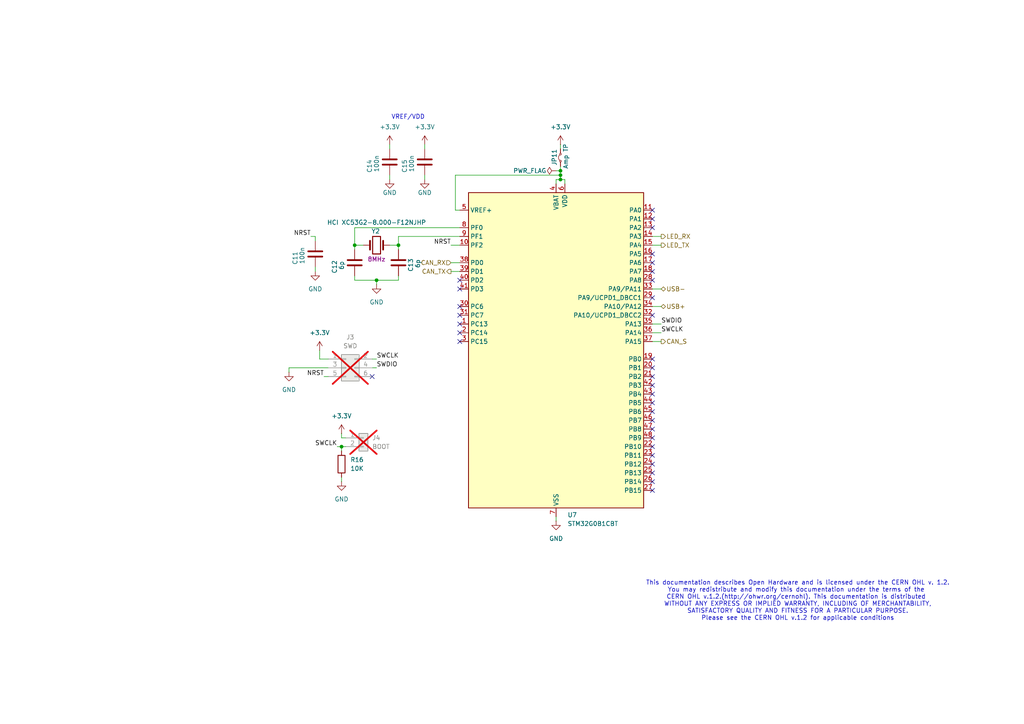
<source format=kicad_sch>
(kicad_sch (version 20250114) (generator "eeschema") (generator_version "9.0")
  (paper "A4")
  (title_block (title "${TITLE}") (date "2025-11-24") (rev "${REVISION}"))
  (lib_symbols
    (symbol "Connector_Generic:Conn_01x02" (pin_names (offset 1.016) (hide yes))
      (property "Reference" "J" (at 0 2.54 0))
      (property "Value" "Conn_01x02" (at 0 -5.08 0))
      (symbol "Conn_01x02_1_1"
        (rectangle (start -1.27 1.27) (end 1.27 -3.81) (stroke (width 0.254)) (fill (type background)))
        (rectangle (start -1.27 0.127) (end 0 -0.127) (stroke (width 0.1524)))
        (rectangle (start -1.27 -2.413) (end 0 -2.667) (stroke (width 0.1524)))
        (pin passive line (at -5.08 0 0) (length 3.81) (name "Pin_1") (number "1"))
        (pin passive line (at -5.08 -2.54 0) (length 3.81) (name "Pin_2") (number "2"))
      )
    )
    (symbol "Connector_Generic:Conn_02x03_Odd_Even" (pin_names (offset 1.016) (hide yes))
      (property "Reference" "J" (at 1.27 5.08 0))
      (property "Value" "Conn_02x03_Odd_Even" (at 1.27 -5.08 0))
      (symbol "Conn_02x03_Odd_Even_1_1"
        (rectangle (start -1.27 3.81) (end 3.81 -3.81) (stroke (width 0.254)) (fill (type background)))
        (rectangle (start -1.27 2.667) (end 0 2.413) (stroke (width 0.1524)))
        (rectangle (start -1.27 0.127) (end 0 -0.127) (stroke (width 0.1524)))
        (rectangle (start -1.27 -2.413) (end 0 -2.667) (stroke (width 0.1524)))
        (rectangle (start 3.81 2.667) (end 2.54 2.413) (stroke (width 0.1524)))
        (rectangle (start 3.81 0.127) (end 2.54 -0.127) (stroke (width 0.1524)))
        (rectangle (start 3.81 -2.413) (end 2.54 -2.667) (stroke (width 0.1524)))
        (pin passive line (at -5.08 2.54 0) (length 3.81) (name "Pin_1") (number "1"))
        (pin passive line (at -5.08 0 0) (length 3.81) (name "Pin_3") (number "3"))
        (pin passive line (at -5.08 -2.54 0) (length 3.81) (name "Pin_5") (number "5"))
        (pin passive line (at 7.62 2.54 180) (length 3.81) (name "Pin_2") (number "2"))
        (pin passive line (at 7.62 0 180) (length 3.81) (name "Pin_4") (number "4"))
        (pin passive line (at 7.62 -2.54 180) (length 3.81) (name "Pin_6") (number "6"))
      )
    )
    (symbol "Device:C" (pin_numbers (hide yes)) (pin_names (offset 0.254))
      (property "Reference" "C" (at 0.635 2.54 0))
      (property "Value" "C" (at 0.635 -2.54 0))
      (symbol "C_0_1"
        (polyline (pts (xy -2.032 0.762) (xy 2.032 0.762)) (stroke (width 0.508)))
        (polyline (pts (xy -2.032 -0.762) (xy 2.032 -0.762)) (stroke (width 0.508)))
      )
      (symbol "C_1_1"
        (pin passive line (at 0 3.81 270) (length 2.794) (name "~") (number "1"))
        (pin passive line (at 0 -3.81 90) (length 2.794) (name "~") (number "2"))
      )
    )
    (symbol "Device:Crystal" (pin_numbers (hide yes)) (pin_names (offset 1.016) (hide yes))
      (property "Reference" "Y" (at 0 3.81 0))
      (property "Value" "Crystal" (at 0 -3.81 0))
      (symbol "Crystal_0_1"
        (polyline (pts (xy -2.54 0) (xy -1.905 0)))
        (polyline (pts (xy -1.905 -1.27) (xy -1.905 1.27)) (stroke (width 0.508)))
        (rectangle (start -1.143 2.54) (end 1.143 -2.54) (stroke (width 0.3048)))
        (polyline (pts (xy 1.905 -1.27) (xy 1.905 1.27)) (stroke (width 0.508)))
        (polyline (pts (xy 2.54 0) (xy 1.905 0)))
      )
      (symbol "Crystal_1_1"
        (pin passive line (at -3.81 0 0) (length 1.27) (name "1") (number "1"))
        (pin passive line (at 3.81 0 180) (length 1.27) (name "2") (number "2"))
      )
    )
    (symbol "Device:R" (pin_numbers (hide yes)) (pin_names (offset 0))
      (property "Reference" "R" (at 2.032 0 90))
      (property "Value" "R" (at 0 0 90))
      (symbol "R_0_1"
        (rectangle (start -1.016 -2.54) (end 1.016 2.54) (stroke (width 0.254)))
      )
      (symbol "R_1_1"
        (pin passive line (at 0 3.81 270) (length 1.27) (name "~") (number "1"))
        (pin passive line (at 0 -3.81 90) (length 1.27) (name "~") (number "2"))
      )
    )
    (symbol "Jumper:Jumper_2_Small_Bridged" (pin_numbers (hide yes)) (pin_names (offset 0) (hide yes))
      (property "Reference" "JP" (at 0 2.032 0))
      (property "Value" "Jumper_2_Small_Bridged" (at 0 -2.286 0))
      (symbol "Jumper_2_Small_Bridged_0_0"
        (circle (center -1.016 0) (radius 0.254))
        (circle (center 1.016 0) (radius 0.254))
      )
      (symbol "Jumper_2_Small_Bridged_0_1"
        (arc (start -0.762 0.254) (mid 0 0.5696) (end 0.762 0.254))
      )
      (symbol "Jumper_2_Small_Bridged_1_1"
        (pin passive line (at -2.54 0 0) (length 1.27) (name "A") (number "1"))
        (pin passive line (at 2.54 0 180) (length 1.27) (name "B") (number "2"))
      )
    )
    (symbol "MCU_ST_STM32G0:STM32G0B1CBTx"
      (property "Reference" "U" (at -25.4 46.99 0))
      (property "Value" "STM32G0B1CBTx" (at 5.08 46.99 0))
      (symbol "STM32G0B1CBTx_0_1"
        (rectangle (start -25.4 -45.72) (end 25.4 45.72) (stroke (width 0.254)) (fill (type background)))
      )
      (symbol "STM32G0B1CBTx_1_1"
        (pin input line (at -27.94 40.64 0) (length 2.54) (name "VREF+") (number "5"))
        (pin bidirectional line (at -27.94 35.56 0) (length 2.54) (name "PF0") (number "8"))
        (pin bidirectional line (at -27.94 33.02 0) (length 2.54) (name "PF1") (number "9"))
        (pin bidirectional line (at -27.94 30.48 0) (length 2.54) (name "PF2") (number "10"))
        (pin bidirectional line (at -27.94 25.4 0) (length 2.54) (name "PD0") (number "38"))
        (pin bidirectional line (at -27.94 22.86 0) (length 2.54) (name "PD1") (number "39"))
        (pin bidirectional line (at -27.94 20.32 0) (length 2.54) (name "PD2") (number "40"))
        (pin bidirectional line (at -27.94 17.78 0) (length 2.54) (name "PD3") (number "41"))
        (pin bidirectional line (at -27.94 12.7 0) (length 2.54) (name "PC6") (number "30"))
        (pin bidirectional line (at -27.94 10.16 0) (length 2.54) (name "PC7") (number "31"))
        (pin bidirectional line (at -27.94 7.62 0) (length 2.54) (name "PC13") (number "1"))
        (pin bidirectional line (at -27.94 5.08 0) (length 2.54) (name "PC14") (number "2"))
        (pin bidirectional line (at -27.94 2.54 0) (length 2.54) (name "PC15") (number "3"))
        (pin power_in line (at 0 48.26 270) (length 2.54) (name "VBAT") (number "4"))
        (pin power_in line (at 0 -48.26 90) (length 2.54) (name "VSS") (number "7"))
        (pin power_in line (at 2.54 48.26 270) (length 2.54) (name "VDD") (number "6"))
        (pin bidirectional line (at 27.94 40.64 180) (length 2.54) (name "PA0") (number "11"))
        (pin bidirectional line (at 27.94 38.1 180) (length 2.54) (name "PA1") (number "12"))
        (pin bidirectional line (at 27.94 35.56 180) (length 2.54) (name "PA2") (number "13"))
        (pin bidirectional line (at 27.94 33.02 180) (length 2.54) (name "PA3") (number "14"))
        (pin bidirectional line (at 27.94 30.48 180) (length 2.54) (name "PA4") (number "15"))
        (pin bidirectional line (at 27.94 27.94 180) (length 2.54) (name "PA5") (number "16"))
        (pin bidirectional line (at 27.94 25.4 180) (length 2.54) (name "PA6") (number "17"))
        (pin bidirectional line (at 27.94 22.86 180) (length 2.54) (name "PA7") (number "18"))
        (pin bidirectional line (at 27.94 20.32 180) (length 2.54) (name "PA8") (number "28"))
        (pin bidirectional line (at 27.94 17.78 180) (length 2.54) (name "PA9/PA11") (number "33"))
        (pin bidirectional line (at 27.94 15.24 180) (length 2.54) (name "PA9/UCPD1_DBCC1") (number "29"))
        (pin bidirectional line (at 27.94 12.7 180) (length 2.54) (name "PA10/PA12") (number "34"))
        (pin bidirectional line (at 27.94 10.16 180) (length 2.54) (name "PA10/UCPD1_DBCC2") (number "32"))
        (pin bidirectional line (at 27.94 7.62 180) (length 2.54) (name "PA13") (number "35"))
        (pin bidirectional line (at 27.94 5.08 180) (length 2.54) (name "PA14") (number "36"))
        (pin bidirectional line (at 27.94 2.54 180) (length 2.54) (name "PA15") (number "37"))
        (pin bidirectional line (at 27.94 -2.54 180) (length 2.54) (name "PB0") (number "19"))
        (pin bidirectional line (at 27.94 -5.08 180) (length 2.54) (name "PB1") (number "20"))
        (pin bidirectional line (at 27.94 -7.62 180) (length 2.54) (name "PB2") (number "21"))
        (pin bidirectional line (at 27.94 -10.16 180) (length 2.54) (name "PB3") (number "42"))
        (pin bidirectional line (at 27.94 -12.7 180) (length 2.54) (name "PB4") (number "43"))
        (pin bidirectional line (at 27.94 -15.24 180) (length 2.54) (name "PB5") (number "44"))
        (pin bidirectional line (at 27.94 -17.78 180) (length 2.54) (name "PB6") (number "45"))
        (pin bidirectional line (at 27.94 -20.32 180) (length 2.54) (name "PB7") (number "46"))
        (pin bidirectional line (at 27.94 -22.86 180) (length 2.54) (name "PB8") (number "47"))
        (pin bidirectional line (at 27.94 -25.4 180) (length 2.54) (name "PB9") (number "48"))
        (pin bidirectional line (at 27.94 -27.94 180) (length 2.54) (name "PB10") (number "22"))
        (pin bidirectional line (at 27.94 -30.48 180) (length 2.54) (name "PB11") (number "23"))
        (pin bidirectional line (at 27.94 -33.02 180) (length 2.54) (name "PB12") (number "24"))
        (pin bidirectional line (at 27.94 -35.56 180) (length 2.54) (name "PB13") (number "25"))
        (pin bidirectional line (at 27.94 -38.1 180) (length 2.54) (name "PB14") (number "26"))
        (pin bidirectional line (at 27.94 -40.64 180) (length 2.54) (name "PB15") (number "27"))
      )
    )
    (symbol "power:+3.3V" (power) (pin_numbers (hide yes)) (pin_names (offset 0) (hide yes))
      (property "Value" "+3.3V" (at 0 3.556 0))
      (symbol "+3.3V_0_1"
        (polyline (pts (xy -0.762 1.27) (xy 0 2.54)))
        (polyline (pts (xy 0 2.54) (xy 0.762 1.27)))
        (polyline (pts (xy 0 0) (xy 0 2.54)))
      )
      (symbol "+3.3V_1_1"
        (pin power_in line (at 0 0 90) (length 0) (name "~") (number "1"))
      )
    )
    (symbol "power:GND" (power) (pin_numbers (hide yes)) (pin_names (offset 0) (hide yes))
      (property "Value" "GND" (at 0 -3.81 0))
      (symbol "GND_0_1"
        (polyline (pts (xy 0 0) (xy 0 -1.27) (xy 1.27 -1.27) (xy 0 -2.54) (xy -1.27 -1.27) (xy 0 -1.27)))
      )
      (symbol "GND_1_1"
        (pin power_in line (at 0 0 270) (length 0) (name "~") (number "1"))
      )
    )
    (symbol "power:PWR_FLAG" (power) (pin_numbers (hide yes)) (pin_names (offset 0) (hide yes))
      (property "Value" "PWR_FLAG" (at 0 3.81 0))
      (symbol "PWR_FLAG_0_0"
        (pin power_out line (at 0 0 90) (length 0) (name "~") (number "1"))
      )
      (symbol "PWR_FLAG_0_1"
        (polyline (pts (xy 0 0) (xy 0 1.27) (xy -1.016 1.905) (xy 0 2.54) (xy 1.016 1.905) (xy 0 1.27)))
      )
    )
  )
  (text "VREF/VDD" (at 118.364 34.036 0) (effects (font (size 1.27 1.27))))
  (text "This documentation describes Open Hardware and is licensed under the CERN OHL v. 1.2.\nYou may redistribute and modify this documentation under the terms of the \nCERN OHL v.1.2.(http://ohwr.org/cernohl). This documentation is distributed \nWITHOUT ANY EXPRESS OR IMPLIED WARRANTY, INCLUDING OF MERCHANTABILITY,\nSATISFACTORY QUALITY AND FITNESS FOR A PARTICULAR PURPOSE.\nPlease see the CERN OHL v.1.2 for applicable conditions" (at 231.394 174.244 0) (effects (font (size 1.27 1.27))))
  (junction (at 162.56 52.07))
  (junction (at 115.57 71.12))
  (junction (at 162.56 49.53))
  (junction (at 162.56 50.8))
  (junction (at 99.06 129.54))
  (junction (at 109.22 81.28))
  (junction (at 102.87 71.12))
  (no_connect (at 189.23 111.76))
  (no_connect (at 189.23 63.5))
  (no_connect (at 189.23 91.44))
  (no_connect (at 133.35 81.28))
  (no_connect (at 189.23 86.36))
  (no_connect (at 133.35 93.98))
  (no_connect (at 133.35 96.52))
  (no_connect (at 189.23 129.54))
  (no_connect (at 189.23 106.68))
  (no_connect (at 133.35 83.82))
  (no_connect (at 189.23 114.3))
  (no_connect (at 189.23 73.66))
  (no_connect (at 133.35 88.9))
  (no_connect (at 189.23 78.74))
  (no_connect (at 189.23 104.14))
  (no_connect (at 189.23 142.24))
  (no_connect (at 133.35 91.44))
  (no_connect (at 189.23 121.92))
  (no_connect (at 189.23 116.84))
  (no_connect (at 189.23 137.16))
  (no_connect (at 189.23 119.38))
  (no_connect (at 189.23 81.28))
  (no_connect (at 107.95 109.22))
  (no_connect (at 189.23 132.08))
  (no_connect (at 189.23 127))
  (no_connect (at 189.23 66.04))
  (no_connect (at 189.23 134.62))
  (no_connect (at 189.23 60.96))
  (no_connect (at 189.23 124.46))
  (no_connect (at 189.23 76.2))
  (no_connect (at 189.23 139.7))
  (no_connect (at 133.35 99.06))
  (no_connect (at 189.23 109.22))
  (wire (pts (xy 109.22 81.28) (xy 109.22 82.55)))
  (wire (pts (xy 92.71 104.14) (xy 92.71 101.6)))
  (wire (pts (xy 189.23 96.52) (xy 191.77 96.52)))
  (wire (pts (xy 161.29 149.86) (xy 161.29 151.13)))
  (wire (pts (xy 90.17 68.58) (xy 91.44 68.58)))
  (wire (pts (xy 99.06 127) (xy 99.06 125.73)))
  (wire (pts (xy 162.56 48.26) (xy 162.56 49.53)))
  (wire (pts (xy 102.87 80.01) (xy 102.87 81.28)))
  (wire (pts (xy 132.08 50.8) (xy 162.56 50.8)))
  (wire (pts (xy 91.44 77.47) (xy 91.44 78.74)))
  (wire (pts (xy 113.03 71.12) (xy 115.57 71.12)))
  (wire (pts (xy 130.81 76.2) (xy 133.35 76.2)))
  (wire (pts (xy 99.06 138.43) (xy 99.06 139.7)))
  (wire (pts (xy 162.56 49.53) (xy 162.56 50.8)))
  (wire (pts (xy 162.56 52.07) (xy 163.83 52.07)))
  (wire (pts (xy 123.19 50.8) (xy 123.19 52.07)))
  (wire (pts (xy 99.06 129.54) (xy 99.06 130.81)))
  (wire (pts (xy 132.08 50.8) (xy 132.08 60.96)))
  (wire (pts (xy 113.03 41.91) (xy 113.03 43.18)))
  (wire (pts (xy 161.29 53.34) (xy 161.29 52.07)))
  (wire (pts (xy 105.41 71.12) (xy 102.87 71.12)))
  (wire (pts (xy 95.25 106.68) (xy 83.82 106.68)))
  (wire (pts (xy 130.81 71.12) (xy 133.35 71.12)))
  (wire (pts (xy 115.57 80.01) (xy 115.57 81.28)))
  (wire (pts (xy 189.23 83.82) (xy 191.77 83.82)))
  (wire (pts (xy 133.35 66.04) (xy 102.87 66.04)))
  (wire (pts (xy 102.87 81.28) (xy 109.22 81.28)))
  (wire (pts (xy 115.57 71.12) (xy 115.57 72.39)))
  (wire (pts (xy 123.19 41.91) (xy 123.19 43.18)))
  (wire (pts (xy 133.35 60.96) (xy 132.08 60.96)))
  (wire (pts (xy 102.87 66.04) (xy 102.87 71.12)))
  (wire (pts (xy 107.95 104.14) (xy 109.22 104.14)))
  (wire (pts (xy 100.33 129.54) (xy 99.06 129.54)))
  (wire (pts (xy 189.23 71.12) (xy 191.77 71.12)))
  (wire (pts (xy 83.82 106.68) (xy 83.82 107.95)))
  (wire (pts (xy 189.23 99.06) (xy 191.77 99.06)))
  (wire (pts (xy 93.98 109.22) (xy 95.25 109.22)))
  (wire (pts (xy 161.29 52.07) (xy 162.56 52.07)))
  (wire (pts (xy 133.35 68.58) (xy 115.57 68.58)))
  (wire (pts (xy 189.23 88.9) (xy 191.77 88.9)))
  (wire (pts (xy 100.33 127) (xy 99.06 127)))
  (wire (pts (xy 161.29 49.53) (xy 162.56 49.53)))
  (wire (pts (xy 91.44 69.85) (xy 91.44 68.58)))
  (wire (pts (xy 95.25 104.14) (xy 92.71 104.14)))
  (wire (pts (xy 189.23 68.58) (xy 191.77 68.58)))
  (wire (pts (xy 115.57 68.58) (xy 115.57 71.12)))
  (wire (pts (xy 102.87 71.12) (xy 102.87 72.39)))
  (wire (pts (xy 113.03 50.8) (xy 113.03 52.07)))
  (wire (pts (xy 163.83 53.34) (xy 163.83 52.07)))
  (wire (pts (xy 109.22 81.28) (xy 115.57 81.28)))
  (wire (pts (xy 162.56 41.91) (xy 162.56 43.18)))
  (wire (pts (xy 130.81 78.74) (xy 133.35 78.74)))
  (wire (pts (xy 97.79 129.54) (xy 99.06 129.54)))
  (wire (pts (xy 189.23 93.98) (xy 191.77 93.98)))
  (wire (pts (xy 162.56 50.8) (xy 162.56 52.07)))
  (wire (pts (xy 107.95 106.68) (xy 109.22 106.68)))
  (label "SWCLK" (at 191.77 96.52 0))
  (label "NRST" (at 90.17 68.58 180))
  (label "NRST" (at 130.81 71.12 180))
  (label "SWCLK" (at 97.79 129.54 180))
  (label "SWCLK" (at 109.22 104.14 0))
  (label "NRST" (at 93.98 109.22 180))
  (label "SWDIO" (at 109.22 106.68 0))
  (label "SWDIO" (at 191.77 93.98 0))
  (hierarchical_label "CAN_RX" (shape input) (at 130.81 76.2 180))
  (hierarchical_label "USB+" (shape bidirectional) (at 191.77 88.9 0))
  (hierarchical_label "LED_TX" (shape output) (at 191.77 71.12 0))
  (hierarchical_label "CAN_TX" (shape output) (at 130.81 78.74 180))
  (hierarchical_label "LED_RX" (shape output) (at 191.77 68.58 0))
  (hierarchical_label "USB-" (shape bidirectional) (at 191.77 83.82 0))
  (hierarchical_label "CAN_S" (shape output) (at 191.77 99.06 0))
  (symbol (lib_id "power:GND") (at 91.44 78.74 0) (unit 1)
    (property "Reference" "#PWR042" (effects (hide yes)))
    (property "Value" "GND" (at 91.44 83.82 0))
    (property "Description" "Power symbol creates a global label with name \"GND\" , ground" (effects (hide yes)))
  )
  (symbol (lib_id "Device:Crystal") (at 109.22 71.12 0) (unit 1)
    (property "Reference" "Y2" (at 108.966 67.056 0))
    (property "Value" "HCI XC53G2-8.000-F12NJHP" (at 109.22 64.516 0))
    (property "Footprint" "Crystal:Crystal_SMD_5032-2Pin_5.0x3.2mm" (effects (hide yes)))
    (property "Datasheet" "\\datasheets\\HCI XC53G2-8.000-F12NJHP.pdf" (effects (hide yes)))
    (property "Description" "8MHz" (at 109.22 75.184 0))
    (property "LCSC Part #" "C2842269" (effects (hide yes)))
  )
  (symbol (lib_id "Device:C") (at 91.44 73.66 180) (unit 1)
    (property "Reference" "C11" (at 85.598 72.898 90) (effects (justify left)))
    (property "Value" "100n" (at 87.63 71.6281 90) (effects (justify left)))
    (property "Footprint" "Capacitor_SMD:C_0603_1608Metric" (effects (hide yes)))
    (property "Description" "Unpolarized capacitor" (effects (hide yes)))
    (property "LCSC Part #" "C66501" (effects (hide yes)))
  )
  (symbol (lib_id "Device:C") (at 102.87 76.2 180) (unit 1)
    (property "Reference" "C12" (at 97.028 75.438 90) (effects (justify left)))
    (property "Value" "6p" (at 99.06 75.692 90) (effects (justify left)))
    (property "Footprint" "Capacitor_SMD:C_0603_1608Metric" (effects (hide yes)))
    (property "Description" "Unpolarized capacitor" (effects (hide yes)))
    (property "LCSC Part #" "C170142" (effects (hide yes)))
  )
  (symbol (lib_id "power:GND") (at 123.19 52.07 0) (unit 1)
    (property "Reference" "#PWR051" (effects (hide yes)))
    (property "Value" "GND" (at 123.19 55.88 0))
    (property "Description" "Power symbol creates a global label with name \"GND\" , ground" (effects (hide yes)))
  )
  (symbol (lib_id "power:GND") (at 109.22 82.55 0) (unit 1)
    (property "Reference" "#PWR046" (effects (hide yes)))
    (property "Value" "GND" (at 109.22 87.63 0))
    (property "Description" "Power symbol creates a global label with name \"GND\" , ground" (effects (hide yes)))
  )
  (symbol (lib_id "power:GND") (at 113.03 52.07 0) (unit 1)
    (property "Reference" "#PWR049" (effects (hide yes)))
    (property "Value" "GND" (at 113.03 55.88 0))
    (property "Description" "Power symbol creates a global label with name \"GND\" , ground" (effects (hide yes)))
  )
  (symbol (lib_id "Connector_Generic:Conn_02x03_Odd_Even") (at 100.33 106.68 0) (unit 1) (dnp yes)
    (property "Reference" "J3" (at 101.6 97.79 0))
    (property "Value" "SWD" (at 101.6 100.33 0))
    (property "Footprint" "Connector_PinHeader_2.54mm:PinHeader_2x03_P2.54mm_Vertical" (effects (hide yes)))
    (property "Description" "Generic connector, double row, 02x03, odd/even pin numbering scheme (row 1 odd numbers, row 2 even numbers), script generated (kicad-library-utils/schlib/autogen/connector/)" (effects (hide yes)))
    (property "LCSC Part #" "C7494874" (effects (hide yes)))
  )
  (symbol (lib_id "power:PWR_FLAG") (at 161.29 49.53 90) (unit 1)
    (property "Reference" "#FLG08" (effects (hide yes)))
    (property "Value" "PWR_FLAG" (at 153.67 49.53 90))
    (property "Description" "Special symbol for telling ERC where power comes from" (effects (hide yes)))
  )
  (symbol (lib_id "power:+3.3V") (at 99.06 125.73 0) (unit 1)
    (property "Reference" "#PWR044" (effects (hide yes)))
    (property "Value" "+3.3V" (at 99.06 120.65 0))
    (property "Description" "Power symbol creates a global label with name \"+3.3V\"" (effects (hide yes)))
  )
  (symbol (lib_id "Jumper:Jumper_2_Small_Bridged") (at 162.56 45.72 90) (unit 1)
    (property "Reference" "JP11" (at 160.782 43.18 0) (effects (justify right)))
    (property "Value" "Amp TP" (at 164.084 41.656 0) (effects (justify right)))
    (property "Footprint" "Jumper:SolderJumper-2_P1.3mm_Bridged_Pad1.0x1.5mm" (effects (hide yes)))
    (property "Description" "Jumper, 2-pole, small symbol, bridged" (effects (hide yes)))
  )
  (symbol (lib_id "MCU_ST_STM32G0:STM32G0B1CBTx") (at 161.29 101.6 0) (unit 1)
    (property "Reference" "U7" (at 164.592 149.352 0) (effects (justify left)))
    (property "Value" "STM32G0B1CBT" (at 164.592 151.892 0) (effects (justify left)))
    (property "Footprint" "Package_QFP:LQFP-48_7x7mm_P0.5mm" (effects (hide yes)))
    (property "Datasheet" "\\datasheets\\STM32G0B1CBT.pdf" (effects (hide yes)))
    (property "Description" "STMicroelectronics Arm Cortex-M0+ MCU, 128KB flash, 144KB RAM, 64 MHz, 1.7-3.6V, 44 GPIO, LQFP48" (effects (hide yes)))
    (property "LCSC Part #" "C2847904" (effects (hide yes)))
  )
  (symbol (lib_id "power:+3.3V") (at 113.03 41.91 0) (unit 1)
    (property "Reference" "#PWR048" (effects (hide yes)))
    (property "Value" "+3.3V" (at 113.03 36.83 0))
    (property "Description" "Power symbol creates a global label with name \"+3.3V\"" (effects (hide yes)))
  )
  (symbol (lib_id "Device:C") (at 123.19 46.99 180) (unit 1)
    (property "Reference" "C15" (at 117.348 46.228 90) (effects (justify left)))
    (property "Value" "100n" (at 119.38 44.9581 90) (effects (justify left)))
    (property "Footprint" "Capacitor_SMD:C_0603_1608Metric" (effects (hide yes)))
    (property "Description" "Unpolarized capacitor" (effects (hide yes)))
    (property "LCSC Part #" "C66501" (effects (hide yes)))
  )
  (symbol (lib_id "power:GND") (at 83.82 107.95 0) (unit 1)
    (property "Reference" "#PWR041" (effects (hide yes)))
    (property "Value" "GND" (at 83.82 113.03 0))
    (property "Description" "Power symbol creates a global label with name \"GND\" , ground" (effects (hide yes)))
  )
  (symbol (lib_id "power:+3.3V") (at 162.56 41.91 0) (unit 1)
    (property "Reference" "#PWR053" (effects (hide yes)))
    (property "Value" "+3.3V" (at 162.56 36.83 0))
    (property "Description" "Power symbol creates a global label with name \"+3.3V\"" (effects (hide yes)))
  )
  (symbol (lib_id "power:+3.3V") (at 123.19 41.91 0) (unit 1)
    (property "Reference" "#PWR050" (effects (hide yes)))
    (property "Value" "+3.3V" (at 123.19 36.83 0))
    (property "Description" "Power symbol creates a global label with name \"+3.3V\"" (effects (hide yes)))
  )
  (symbol (lib_id "power:GND") (at 161.29 151.13 0) (unit 1)
    (property "Reference" "#PWR052" (effects (hide yes)))
    (property "Value" "GND" (at 161.29 156.21 0))
    (property "Description" "Power symbol creates a global label with name \"GND\" , ground" (effects (hide yes)))
  )
  (symbol (lib_id "Device:R") (at 99.06 134.62 0) (unit 1)
    (property "Reference" "R16" (at 101.6 133.3499 0) (effects (justify left)))
    (property "Value" "10K" (at 101.6 135.8899 0) (effects (justify left)))
    (property "Footprint" "Resistor_SMD:R_0603_1608Metric" (effects (hide yes)))
    (property "Description" "Resistor" (effects (hide yes)))
    (property "LCSC Part #" "C98220" (effects (hide yes)))
  )
  (symbol (lib_id "Connector_Generic:Conn_01x02") (at 105.41 127 0) (unit 1) (dnp yes)
    (property "Reference" "J4" (at 107.95 126.9999 0) (effects (justify left)))
    (property "Value" "BOOT" (at 107.95 129.5399 0) (effects (justify left)))
    (property "Footprint" "Connector_PinHeader_2.54mm:PinHeader_1x02_P2.54mm_Vertical" (effects (hide yes)))
    (property "Description" "Generic connector, single row, 01x02, script generated (kicad-library-utils/schlib/autogen/connector/)" (effects (hide yes)))
    (property "LCSC Part #" "C7494857" (effects (hide yes)))
  )
  (symbol (lib_id "Device:C") (at 115.57 76.2 180) (unit 1)
    (property "Reference" "C13" (at 119.126 74.93 90) (effects (justify left)))
    (property "Value" "6p" (at 121.158 75.184 90) (effects (justify left)))
    (property "Footprint" "Capacitor_SMD:C_0603_1608Metric" (effects (hide yes)))
    (property "Description" "Unpolarized capacitor" (effects (hide yes)))
    (property "LCSC Part #" "C170142" (effects (hide yes)))
  )
  (symbol (lib_id "power:+3.3V") (at 92.71 101.6 0) (unit 1)
    (property "Reference" "#PWR043" (effects (hide yes)))
    (property "Value" "+3.3V" (at 92.71 96.52 0))
    (property "Description" "Power symbol creates a global label with name \"+3.3V\"" (effects (hide yes)))
  )
  (symbol (lib_id "Device:C") (at 113.03 46.99 180) (unit 1)
    (property "Reference" "C14" (at 107.188 46.228 90) (effects (justify left)))
    (property "Value" "100n" (at 109.22 44.9581 90) (effects (justify left)))
    (property "Footprint" "Capacitor_SMD:C_0603_1608Metric" (effects (hide yes)))
    (property "Description" "Unpolarized capacitor" (effects (hide yes)))
    (property "LCSC Part #" "C66501" (effects (hide yes)))
  )
  (symbol (lib_id "power:GND") (at 99.06 139.7 0) (unit 1)
    (property "Reference" "#PWR045" (effects (hide yes)))
    (property "Value" "GND" (at 99.06 144.78 0))
    (property "Description" "Power symbol creates a global label with name \"GND\" , ground" (effects (hide yes)))
  )
)
</source>
